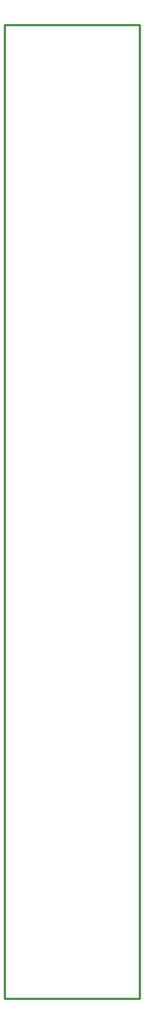
<source format=gko>
G04 Layer: BoardOutlineLayer*
G04 Panelize: , Column: 8, Row: 1, Board Size: 15.24mm x 109.86mm, Panelized Board Size: 135.92mm x 109.86mm*
G04 EasyEDA v6.5.34, 2023-08-21 18:11:39*
G04 1bbcc5af6f6940b599c5f5a08724d265,5a6b42c53f6a479593ecc07194224c93,10*
G04 Gerber Generator version 0.2*
G04 Scale: 100 percent, Rotated: No, Reflected: No *
G04 Dimensions in millimeters *
G04 leading zeros omitted , absolute positions ,4 integer and 5 decimal *
%FSLAX45Y45*%
%MOMM*%

%ADD10C,0.2540*%
D10*
X-254000Y6540500D02*
G01*
X1270000Y6540500D01*
X1270000Y-4445000D01*
X-254000Y-4445000D01*
X-254000Y6540500D01*

%LPD*%
M02*

</source>
